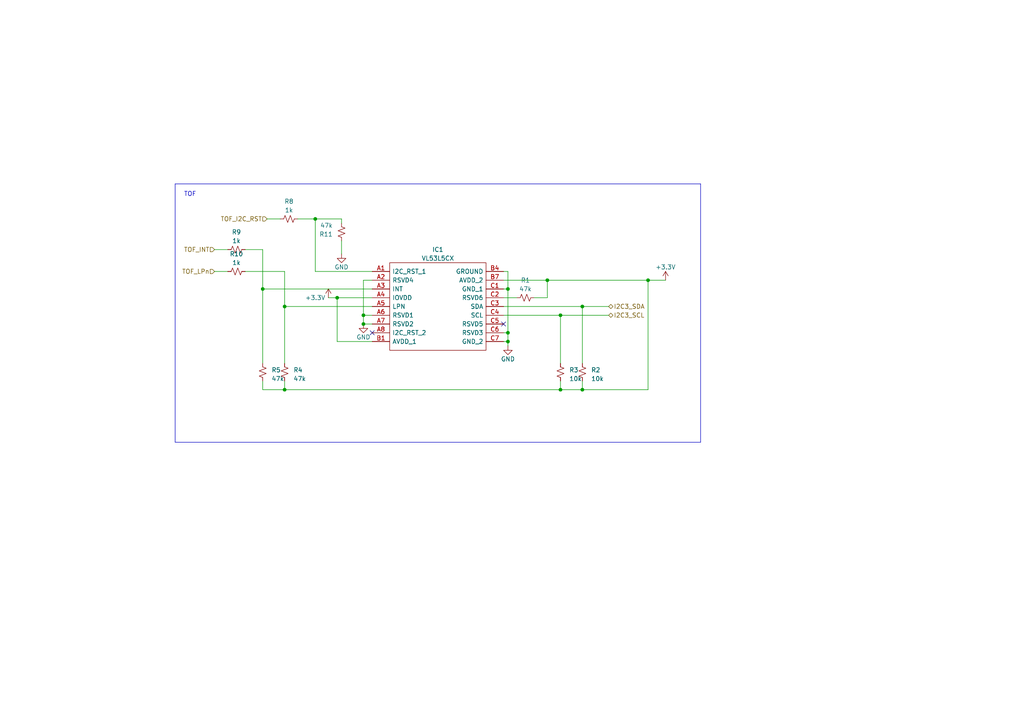
<source format=kicad_sch>
(kicad_sch (version 20230121) (generator eeschema)
  (paper "A4")
  (lib_symbols
    (symbol "Device:R_Small_US" (pin_numbers hide) (pin_names (offset 0.254) hide)
      (property "Reference" "R" (at 0.762 0.508 0))
      (property "Value" "R_Small_US" (at 0.762 -1.016 0))
      (symbol "R_Small_US_1_1"
        (polyline (pts (xy 0 0) (xy 1.016 -0.381) (xy 0 -0.762) (xy -1.016 -1.143) (xy 0 -1.524)))
        (polyline (pts (xy 0 1.524) (xy 1.016 1.143) (xy 0 0.762) (xy -1.016 0.381) (xy 0 0)))
        (pin passive line (at 0 2.54 270) (length 1.016) (name "~") (number "1"))
        (pin passive line (at 0 -2.54 90) (length 1.016) (name "~") (number "2"))
      )
    )
    (symbol "VL53L5CX:VL53L5CX" (pin_names (offset 0.762))
      (property "Reference" "IC" (at 34.29 7.62 0))
      (property "Value" "VL53L5CX" (at 34.29 5.08 0))
      (symbol "VL53L5CX_0_0"
        (pin passive line (at 0 0 0) (length 5.08) (name "I2C_RST_1") (number "A1"))
        (pin passive line (at 0 -2.54 0) (length 5.08) (name "RSVD4") (number "A2"))
        (pin passive line (at 0 -5.08 0) (length 5.08) (name "INT") (number "A3"))
        (pin passive line (at 0 -7.62 0) (length 5.08) (name "IOVDD") (number "A4"))
        (pin passive line (at 0 -10.16 0) (length 5.08) (name "LPN") (number "A5"))
        (pin passive line (at 0 -12.7 0) (length 5.08) (name "RSVD1") (number "A6"))
        (pin passive line (at 0 -15.24 0) (length 5.08) (name "RSVD2") (number "A7"))
        (pin passive line (at 0 -17.78 0) (length 5.08) (name "I2C_RST_2") (number "A8"))
        (pin passive line (at 0 -20.32 0) (length 5.08) (name "AVDD_1") (number "B1"))
        (pin passive line (at 38.1 0 180) (length 5.08) (name "GROUND") (number "B4"))
        (pin passive line (at 38.1 -2.54 180) (length 5.08) (name "AVDD_2") (number "B7"))
        (pin passive line (at 38.1 -5.08 180) (length 5.08) (name "GND_1") (number "C1"))
        (pin passive line (at 38.1 -7.62 180) (length 5.08) (name "RSVD6") (number "C2"))
        (pin passive line (at 38.1 -10.16 180) (length 5.08) (name "SDA") (number "C3"))
        (pin passive line (at 38.1 -12.7 180) (length 5.08) (name "SCL") (number "C4"))
        (pin passive line (at 38.1 -15.24 180) (length 5.08) (name "RSVD5") (number "C5"))
        (pin passive line (at 38.1 -17.78 180) (length 5.08) (name "RSVD3") (number "C6"))
        (pin passive line (at 38.1 -20.32 180) (length 5.08) (name "GND_2") (number "C7"))
      )
      (symbol "VL53L5CX_0_1"
        (polyline (pts (xy 5.08 2.54) (xy 33.02 2.54) (xy 33.02 -22.86) (xy 5.08 -22.86) (xy 5.08 2.54)) (stroke (width 0.1524)))
      )
    )
    (symbol "power:+3.3V" (power) (pin_names (offset 0))
      (property "Value" "+3.3V" (at 0 3.556 0))
      (symbol "+3.3V_0_1"
        (polyline (pts (xy -0.762 1.27) (xy 0 2.54)))
        (polyline (pts (xy 0 0) (xy 0 2.54)))
        (polyline (pts (xy 0 2.54) (xy 0.762 1.27)))
      )
      (symbol "+3.3V_1_1"
        (pin power_in line (at 0 0 90) (length 0) hide (name "+3.3V") (number "1"))
      )
    )
    (symbol "power:GND" (power) (pin_names (offset 0))
      (property "Value" "GND" (at 0 -3.81 0))
      (symbol "GND_0_1"
        (polyline (pts (xy 0 0) (xy 0 -1.27) (xy 1.27 -1.27) (xy 0 -2.54) (xy -1.27 -1.27) (xy 0 -1.27)))
      )
      (symbol "GND_1_1"
        (pin power_in line (at 0 0 270) (length 0) hide (name "GND") (number "1"))
      )
    )
  )
  (junction (at 105.41 93.98))
  (junction (at 147.32 99.06))
  (junction (at 168.91 88.9))
  (junction (at 82.55 113.03))
  (junction (at 187.96 81.28))
  (junction (at 105.41 91.44))
  (junction (at 91.44 63.5))
  (junction (at 168.91 113.03))
  (junction (at 162.56 113.03))
  (junction (at 147.32 96.52))
  (junction (at 97.79 86.36))
  (junction (at 158.75 81.28))
  (junction (at 82.55 88.9))
  (junction (at 162.56 91.44))
  (junction (at 76.2 83.82))
  (junction (at 147.32 83.82))
  (no_connect (at 107.95 96.52))
  (no_connect (at 146.05 93.98))
  (wire (pts (xy 76.2 72.39) (xy 76.2 83.82)))
  (wire (pts (xy 187.96 81.28) (xy 193.04 81.28)))
  (wire (pts (xy 146.05 96.52) (xy 147.32 96.52)))
  (wire (pts (xy 76.2 83.82) (xy 107.95 83.82)))
  (wire (pts (xy 82.55 105.41) (xy 82.55 88.9)))
  (wire (pts (xy 82.55 78.74) (xy 82.55 88.9)))
  (wire (pts (xy 76.2 113.03) (xy 82.55 113.03)))
  (wire (pts (xy 107.95 81.28) (xy 105.41 81.28)))
  (polyline (pts (xy 203.2 53.34) (xy 203.2 128.27)))
  (wire (pts (xy 147.32 96.52) (xy 147.32 99.06)))
  (wire (pts (xy 154.94 86.36) (xy 158.75 86.36)))
  (wire (pts (xy 146.05 88.9) (xy 168.91 88.9)))
  (wire (pts (xy 76.2 110.49) (xy 76.2 113.03)))
  (wire (pts (xy 147.32 99.06) (xy 146.05 99.06)))
  (wire (pts (xy 147.32 78.74) (xy 147.32 83.82)))
  (wire (pts (xy 146.05 83.82) (xy 147.32 83.82)))
  (wire (pts (xy 187.96 113.03) (xy 187.96 81.28)))
  (wire (pts (xy 99.06 64.77) (xy 99.06 63.5)))
  (wire (pts (xy 91.44 63.5) (xy 91.44 78.74)))
  (wire (pts (xy 168.91 113.03) (xy 168.91 110.49)))
  (wire (pts (xy 99.06 73.66) (xy 99.06 69.85)))
  (polyline (pts (xy 203.2 128.27) (xy 50.8 128.27)))
  (wire (pts (xy 77.47 63.5) (xy 81.28 63.5)))
  (wire (pts (xy 62.23 72.39) (xy 66.04 72.39)))
  (wire (pts (xy 82.55 88.9) (xy 107.95 88.9)))
  (wire (pts (xy 147.32 100.33) (xy 147.32 99.06)))
  (wire (pts (xy 162.56 113.03) (xy 168.91 113.03)))
  (wire (pts (xy 99.06 63.5) (xy 91.44 63.5)))
  (wire (pts (xy 162.56 91.44) (xy 162.56 105.41)))
  (wire (pts (xy 147.32 83.82) (xy 147.32 96.52)))
  (wire (pts (xy 107.95 99.06) (xy 97.79 99.06)))
  (wire (pts (xy 105.41 91.44) (xy 107.95 91.44)))
  (wire (pts (xy 107.95 93.98) (xy 105.41 93.98)))
  (polyline (pts (xy 50.8 53.34) (xy 203.2 53.34)))
  (wire (pts (xy 71.12 72.39) (xy 76.2 72.39)))
  (wire (pts (xy 146.05 91.44) (xy 162.56 91.44)))
  (wire (pts (xy 146.05 81.28) (xy 158.75 81.28)))
  (wire (pts (xy 71.12 78.74) (xy 82.55 78.74)))
  (wire (pts (xy 158.75 81.28) (xy 158.75 86.36)))
  (polyline (pts (xy 50.8 53.34) (xy 50.8 128.27)))
  (wire (pts (xy 97.79 86.36) (xy 107.95 86.36)))
  (wire (pts (xy 97.79 99.06) (xy 97.79 86.36)))
  (wire (pts (xy 105.41 81.28) (xy 105.41 91.44)))
  (wire (pts (xy 146.05 86.36) (xy 149.86 86.36)))
  (wire (pts (xy 82.55 110.49) (xy 82.55 113.03)))
  (wire (pts (xy 162.56 91.44) (xy 176.53 91.44)))
  (wire (pts (xy 158.75 81.28) (xy 187.96 81.28)))
  (wire (pts (xy 162.56 110.49) (xy 162.56 113.03)))
  (wire (pts (xy 76.2 105.41) (xy 76.2 83.82)))
  (wire (pts (xy 168.91 113.03) (xy 187.96 113.03)))
  (wire (pts (xy 91.44 63.5) (xy 86.36 63.5)))
  (wire (pts (xy 82.55 113.03) (xy 162.56 113.03)))
  (wire (pts (xy 107.95 78.74) (xy 91.44 78.74)))
  (wire (pts (xy 95.25 86.36) (xy 97.79 86.36)))
  (wire (pts (xy 168.91 88.9) (xy 176.53 88.9)))
  (wire (pts (xy 62.23 78.74) (xy 66.04 78.74)))
  (wire (pts (xy 168.91 88.9) (xy 168.91 105.41)))
  (wire (pts (xy 105.41 93.98) (xy 105.41 91.44)))
  (wire (pts (xy 146.05 78.74) (xy 147.32 78.74)))
  (text "TOF" (at 53.34 57.15 0) (effects (font (size 1.27 1.27)) (justify left bottom)))
  (hierarchical_label "TOF_LPn" (shape input) (at 62.23 78.74 180))
  (hierarchical_label "I2C3_SDA" (shape bidirectional) (at 176.53 88.9 0))
  (hierarchical_label "TOF_I2C_RST" (shape input) (at 77.47 63.5 180))
  (hierarchical_label "I2C3_SCL" (shape bidirectional) (at 176.53 91.44 0))
  (hierarchical_label "TOF_INT" (shape input) (at 62.23 72.39 180))
  (symbol (lib_id "Device:R_Small_US") (at 168.91 107.95 180) (unit 1)
    (property "Reference" "R2" (at 171.45 107.315 0) (effects (justify right)))
    (property "Value" "10k" (at 171.45 109.855 0) (effects (justify right)))
    (instances (project "Projet_Controler" (path "" (reference "R2") (unit 1)) (path "" (reference "R10") (unit 1))))
  )
  (symbol (lib_id "power:GND") (at 105.41 93.98 0) (unit 1)
    (property "Reference" "#PWR03" (effects hide))
    (property "Value" "GND" (at 105.41 97.79 0))
  )
  (symbol (lib_id "power:GND") (at 147.32 100.33 0) (unit 1)
    (property "Reference" "#PWR016" (effects hide))
    (property "Value" "GND" (at 147.32 104.14 0))
  )
  (symbol (lib_id "Device:R_Small_US") (at 68.58 78.74 270) (unit 1)
    (property "Reference" "R10" (at 68.58 73.66 90))
    (property "Value" "1k" (at 68.58 76.2 90))
    (instances (project "Projet_Controler" (path "" (reference "R10") (unit 1)) (path "" (reference "R2") (unit 1))))
  )
  (symbol (lib_id "Device:R_Small_US") (at 162.56 107.95 180) (unit 1)
    (property "Reference" "R3" (at 165.1 107.315 0) (effects (justify right)))
    (property "Value" "10k" (at 165.1 109.855 0) (effects (justify right)))
    (instances (project "Projet_Controler" (path "" (reference "R3") (unit 1)) (path "" (reference "R9") (unit 1))))
  )
  (symbol (lib_id "Device:R_Small_US") (at 152.4 86.36 90) (unit 1)
    (property "Reference" "R1" (at 152.4 81.28 90))
    (property "Value" "47k" (at 152.4 83.82 90))
    (instances (project "Projet_Controler" (path "" (reference "R1") (unit 1)) (path "" (reference "R8") (unit 1))))
  )
  (symbol (lib_id "VL53L5CX:VL53L5CX") (at 107.95 78.74 0) (unit 1)
    (property "Reference" "IC1" (at 127 72.39 0))
    (property "Value" "VL53L5CX" (at 127 74.93 0))
    (property "Footprint" "VL53L5CX" (effects hide))
    (property "Datasheet" "https://www.st.com/en/imaging-and-photonics-solutions/vl53l5cx.html#documentation" (effects hide))
    (property "Description" "Time-of-Flight 8x8 multizone ranging sensor with wide field of view" (effects hide))
    (property "Height" "1.55" (effects hide))
    (property "Manufacturer_Name" "ST" (effects hide))
    (property "Manufacturer_Part_Number" "VL53L5CX" (effects hide))
  )
  (symbol (lib_id "Device:R_Small_US") (at 83.82 63.5 270) (unit 1)
    (property "Reference" "R8" (at 83.82 58.42 90))
    (property "Value" "1k" (at 83.82 60.96 90))
    (instances (project "Projet_Controler" (path "" (reference "R8") (unit 1)) (path "" (reference "R5") (unit 1))))
  )
  (symbol (lib_id "Device:R_Small_US") (at 99.06 67.31 0) (unit 1)
    (property "Reference" "R11" (at 96.52 67.945 0) (effects (justify right)))
    (property "Value" "47k" (at 96.52 65.405 0) (effects (justify right)))
    (instances (project "Projet_Controler" (path "" (reference "R11") (unit 1)) (path "" (reference "R7") (unit 1))))
  )
  (symbol (lib_id "power:+3.3V") (at 193.04 81.28 0) (unit 1)
    (property "Reference" "#PWR017" (effects hide))
    (property "Value" "+3.3V" (at 193.04 77.47 0))
  )
  (symbol (lib_id "Device:R_Small_US") (at 76.2 107.95 180) (unit 1)
    (property "Reference" "R5" (at 78.74 107.315 0) (effects (justify right)))
    (property "Value" "47k" (at 78.74 109.855 0) (effects (justify right)))
    (instances (project "Projet_Controler" (path "" (reference "R5") (unit 1)) (path "" (reference "R3") (unit 1))))
  )
  (symbol (lib_id "Device:R_Small_US") (at 82.55 107.95 180) (unit 1)
    (property "Reference" "R4" (at 85.09 107.315 0) (effects (justify right)))
    (property "Value" "47k" (at 85.09 109.855 0) (effects (justify right)))
  )
  (symbol (lib_id "Device:R_Small_US") (at 68.58 72.39 270) (unit 1)
    (property "Reference" "R9" (at 68.58 67.31 90))
    (property "Value" "1k" (at 68.58 69.85 90))
    (instances (project "Projet_Controler" (path "" (reference "R9") (unit 1)) (path "" (reference "R1") (unit 1))))
  )
  (symbol (lib_id "power:GND") (at 99.06 73.66 0) (unit 1)
    (property "Reference" "#PWR01" (effects hide))
    (property "Value" "GND" (at 99.06 77.47 0))
  )
  (symbol (lib_id "power:+3.3V") (at 95.25 86.36 0) (unit 1)
    (property "Reference" "#PWR018" (effects hide))
    (property "Value" "+3.3V" (at 91.44 86.36 0))
  )
)
</source>
